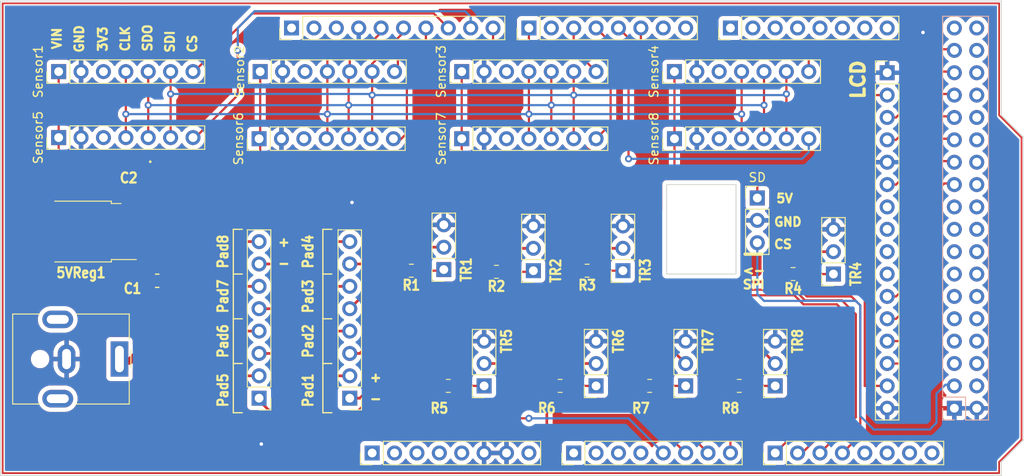
<source format=kicad_pcb>
(kicad_pcb (version 20221018) (generator pcbnew)
  (layers (0 "F.Cu" signal) (31 "B.Cu" signal) (34 "B.Paste" user) (35 "F.Paste" user) (36 "B.SilkS" user "B.Silkscreen") (37 "F.SilkS" user "F.Silkscreen") (38 "B.Mask" user) (39 "F.Mask" user) (44 "Edge.Cuts" user))
  (net 0 "")
  (net 1 "+12V")
  (net 2 "GND")
  (net 3 "/VCC5")
  (net 4 "/10(**)")
  (net 5 "/22")
  (net 6 "/24")
  (net 7 "/LD0")
  (net 8 "/LD1")
  (net 9 "/LD2")
  (net 10 "/LD3")
  (net 11 "/26")
  (net 12 "/28")
  (net 13 "/30")
  (net 14 "/32")
  (net 15 "/Pad1")
  (net 16 "/Pad2")
  (net 17 "/Pad3")
  (net 18 "/Pad4")
  (net 19 "/Pad5")
  (net 20 "/Pad6")
  (net 21 "/Pad7")
  (net 22 "/Pad8")
  (net 24 "/IOREF")
  (net 25 "/RESET")
  (net 26 "+3V3")
  (net 27 "+5V")
  (net 28 "/VCC8")
  (net 29 "/A0")
  (net 30 "/A1")
  (net 31 "/A2")
  (net 32 "/A3")
  (net 33 "/A4")
  (net 34 "/A5")
  (net 35 "/A6")
  (net 36 "/A7")
  (net 37 "/A8")
  (net 38 "/A9")
  (net 39 "/A10")
  (net 40 "/A11")
  (net 41 "/A12")
  (net 42 "/A13")
  (net 43 "/A14")
  (net 44 "/A15")
  (net 45 "/52(CS)")
  (net 46 "/53")
  (net 47 "/50")
  (net 48 "/51")
  (net 49 "/48")
  (net 50 "/49")
  (net 51 "/46")
  (net 52 "/47")
  (net 53 "/44")
  (net 54 "/45")
  (net 55 "/42")
  (net 56 "/43")
  (net 57 "/40")
  (net 58 "/41")
  (net 59 "/38")
  (net 60 "/39")
  (net 61 "/36")
  (net 62 "/37")
  (net 63 "/34")
  (net 64 "/35")
  (net 65 "/33")
  (net 66 "/31")
  (net 67 "/29")
  (net 68 "/27")
  (net 69 "/25")
  (net 70 "/23")
  (net 71 "/SCL")
  (net 72 "/SDA")
  (net 73 "/AREF")
  (net 74 "/13(**)")
  (net 75 "/12(**)")
  (net 76 "/11(**)")
  (net 77 "/9(**)")
  (net 78 "/8(**)")
  (net 79 "/7(**)")
  (net 80 "/6(**)")
  (net 81 "/5(**)")
  (net 82 "/4(**)")
  (net 83 "/3(**)")
  (net 84 "/2(**)")
  (net 85 "/1(Tx0)")
  (net 86 "/0(Rx0)")
  (net 87 "/14(Tx3)")
  (net 88 "/15(Rx3)")
  (net 89 "/16(Tx2)")
  (net 90 "/17(Rx2)")
  (net 91 "/18(Tx1)")
  (net 92 "/19(Rx1)")
  (net 93 "/20(SDA)")
  (net 94 "/21(SCL)")
  (net 95 "Net-(TR1-Pin_1)")
  (net 96 "Net-(TR2-Pin_1)")
  (net 97 "Net-(TR3-Pin_1)")
  (net 98 "Net-(TR4-Pin_1)")
  (net 99 "Net-(TR5-Pin_1)")
  (net 100 "Net-(TR6-Pin_1)")
  (net 101 "Net-(TR7-Pin_1)")
  (net 102 "Net-(TR8-Pin_1)")
  (footprint "Resistor_SMD:R_0805_2012Metric_Pad1.20x1.40mm_HandSolder" (layer "F.Cu") (at 150.876 111.76 180)
    (fp_text reference "R5")
    (fp_text value "R")
  )
  (footprint "Connector_PinHeader_2.54mm:PinHeader_1x08_P2.54mm_Vertical" (layer "F.Cu") (at 129.413 113.157 180)
    (fp_text reference "PAD5-1" hide)
    (fp_text value "Conn_01x08_Male")
  )
  (footprint "Connector_PinHeader_2.54mm:PinHeader_1x08_P2.54mm_Vertical" (layer "F.Cu") (at 142.24 119.38 90)
    (fp_text reference "P1" hide)
    (fp_text value "Power")
  )
  (footprint "Connector_PinHeader_2.54mm:PinHeader_1x07_P2.54mm_Vertical" (layer "F.Cu") (at 106.68 76.073 90)
    (fp_text reference "Sensor1")
    (fp_text value "Conn_01x07")
  )
  (footprint "Connector_PinHeader_2.54mm:PinHeader_1x07_P2.54mm_Vertical" (layer "F.Cu") (at 152.4 76.073 90)
    (fp_text reference "Sensor3")
    (fp_text value "Conn_01x07")
  )
  (footprint "Connector_PinSocket_2.54mm:PinSocket_1x03_P2.54mm_Vertical" (layer "F.Cu") (at 194.564 99.06 180)
    (fp_text reference "TR4")
    (fp_text value "Conn_01x03")
  )
  (footprint "Connector_PinHeader_2.54mm:PinHeader_1x03_P2.54mm_Vertical" (layer "F.Cu") (at 185.928 90.424)
    (fp_text reference "SD")
    (fp_text value "Conn_01x03")
  )
  (footprint "Connector_PinSocket_2.54mm:PinSocket_1x03_P2.54mm_Vertical" (layer "F.Cu") (at 167.64 111.76 180)
    (fp_text reference "TR6")
    (fp_text value "Conn_01x03")
  )
  (footprint "Package_TO_SOT_SMD:TO-252-2" (layer "F.Cu") (at 109.347 94.234 180)
    (fp_text reference "5VReg1")
    (fp_text value "LM78M05_TO252")
  )
  (footprint "Connector_PinSocket_2.54mm:PinSocket_1x03_P2.54mm_Vertical" (layer "F.Cu") (at 154.94 111.76 180)
    (fp_text reference "TR5")
    (fp_text value "Conn_01x03")
  )
  (footprint "Connector_PinHeader_2.54mm:PinHeader_1x07_P2.54mm_Vertical" (layer "F.Cu") (at 152.4 83.693 90)
    (fp_text reference "Sensor7")
    (fp_text value "Conn_01x07")
  )
  (footprint "Connector_PinSocket_2.54mm:PinSocket_1x03_P2.54mm_Vertical" (layer "F.Cu") (at 150.368 98.552 180)
    (fp_text reference "TR1")
    (fp_text value "Conn_01x03")
  )
  (footprint "Resistor_SMD:R_0805_2012Metric_Pad1.20x1.40mm_HandSolder" (layer "F.Cu") (at 189.992 99.06 180)
    (fp_text reference "R4")
    (fp_text value "R")
  )
  (footprint "Resistor_SMD:R_0805_2012Metric_Pad1.20x1.40mm_HandSolder" (layer "F.Cu") (at 146.685 98.679 180)
    (fp_text reference "R1")
    (fp_text value "R")
  )
  (footprint "Connector_PinHeader_2.54mm:PinHeader_1x07_P2.54mm_Vertical" (layer "F.Cu") (at 106.68 83.566 90)
    (fp_text reference "Sensor5")
    (fp_text value "Conn_01x07")
  )
  (footprint "Connector_PinHeader_2.54mm:PinHeader_1x08_P2.54mm_Vertical" (layer "F.Cu") (at 139.7 113.157 180)
    (fp_text reference "PAD1-1" hide)
    (fp_text value "Conn_01x08_Male")
  )
  (footprint "footprints_0805_0-1uF:CAP_0805_B_WAL" (layer "F.Cu") (at 117.0686 88.5812 -90)
    (fp_text reference "C2")
    (fp_text value "C")
  )
  (footprint "Connector_PinHeader_2.54mm:PinHeader_1x07_P2.54mm_Vertical" (layer "F.Cu") (at 129.54 76.073 90)
    (fp_text reference "Sensor2")
    (fp_text value "Conn_01x07")
  )
  (footprint "Resistor_SMD:R_0805_2012Metric_Pad1.20x1.40mm_HandSolder" (layer "F.Cu") (at 166.624 98.679 180)
    (fp_text reference "R3")
    (fp_text value "R")
  )
  (footprint "Resistor_SMD:R_0805_2012Metric_Pad1.20x1.40mm_HandSolder" (layer "F.Cu") (at 156.337 98.806 180)
    (fp_text reference "R2")
    (fp_text value "R")
  )
  (footprint "Resistor_SMD:R_0805_2012Metric_Pad1.20x1.40mm_HandSolder" (layer "F.Cu") (at 173.72 111.76 180)
    (fp_text reference "R7")
    (fp_text value "R")
  )
  (footprint "Connector_PinSocket_2.54mm:PinSocket_1x03_P2.54mm_Vertical" (layer "F.Cu") (at 170.688 98.679 180)
    (fp_text reference "TR3")
    (fp_text value "Conn_01x03")
  )
  (footprint "Resistor_SMD:R_0805_2012Metric_Pad1.20x1.40mm_HandSolder" (layer "F.Cu") (at 183.88 111.76 180)
    (fp_text reference "R8")
    (fp_text value "R")
  )
  (footprint "Connector_PinHeader_2.54mm:PinHeader_1x10_P2.54mm_Vertical" (layer "F.Cu") (at 133.096 71.12 90)
    (fp_text reference "P5" hide)
    (fp_text value "PWM")
  )
  (footprint "Connector_PinHeader_2.54mm:PinHeader_1x07_P2.54mm_Vertical" (layer "F.Cu") (at 176.53 83.693 90)
    (fp_text reference "Sensor8")
    (fp_text value "Conn_01x07")
  )
  (footprint "Connector_PinSocket_2.54mm:PinSocket_1x03_P2.54mm_Vertical" (layer "F.Cu") (at 177.8 111.76 180)
    (fp_text reference "TR7")
    (fp_text value "Conn_01x03")
  )
  (footprint "Connector_PinHeader_2.54mm:PinHeader_1x08_P2.54mm_Vertical" (layer "F.Cu") (at 182.88 71.12 90)
    (fp_text reference "P7" hide)
    (fp_text value "Communication")
  )
  (footprint "Connector_PinHeader_2.54mm:PinHeader_1x07_P2.54mm_Vertical" (layer "F.Cu") (at 129.413 83.693 90)
    (fp_text reference "Sensor6")
    (fp_text value "Conn_01x07")
  )
  (footprint "Connector_PinSocket_2.54mm:PinSocket_1x03_P2.54mm_Vertical" (layer "F.Cu") (at 187.96 111.76 180)
    (fp_text reference "TR8")
    (fp_text value "Conn_01x03")
  )
  (footprint "Connector_PinHeader_2.54mm:PinHeader_1x16_P2.54mm_Vertical" (layer "F.Cu") (at 200.66 76.2)
    (fp_text reference "LED1" hide)
    (fp_text value "Conn_01x16_Male")
  )
  (footprint "footprints_0805_0-33uF:CAP_CL21_SAM" (layer "F.Cu") (at 117.856 99.822)
    (fp_text reference "C1")
    (fp_text value "C")
  )
  (footprint "Connector_BarrelJack:BarrelJack_CUI_PJ-063AH_Horizontal" (layer "F.Cu") (at 113.577 108.712 -90)
    (fp_text reference "J1" hide)
    (fp_text value "Jack-DC")
  )
  (footprint "Resistor_SMD:R_0805_2012Metric_Pad1.20x1.40mm_HandSolder" (layer "F.Cu") (at 163.56 111.76 180)
    (fp_text reference "R6")
    (fp_text value "R")
  )
  (footprint "Connector_PinHeader_2.54mm:PinHeader_1x08_P2.54mm_Vertical" (layer "F.Cu") (at 187.96 119.38 90)
    (fp_text reference "P3" hide)
    (fp_text value "Analog")
  )
  (footprint "Connector_PinSocket_2.54mm:PinSocket_1x03_P2.54mm_Vertical" (layer "F.Cu") (at 160.528 98.679 180)
    (fp_text reference "TR2")
    (fp_text value "Conn_01x03")
  )
  (footprint "Connector_PinHeader_2.54mm:PinHeader_1x08_P2.54mm_Vertical" (layer "F.Cu") (at 160.02 71.12 90)
    (fp_text reference "P6" hide)
    (fp_text value "PWM")
  )
  (footprint "Connector_PinHeader_2.54mm:PinHeader_1x08_P2.54mm_Vertical" (layer "F.Cu") (at 165.1 119.38 90)
    (fp_text reference "P2" hide)
    (fp_text value "Analog")
  )
  (footprint "Connector_PinHeader_2.54mm:PinHeader_1x07_P2.54mm_Vertical" (layer "F.Cu") (at 176.525 76.073 90)
    (fp_text reference "Sensor4")
    (fp_text value "Conn_01x07")
  )
  (footprint "Connector_PinHeader_2.54mm:PinHeader_2x18_P2.54mm_Vertical" (layer "B.Cu") (at 208.28 114.3)
    (fp_text reference "P4" hide)
    (fp_text value "Digital")
  )
  (gr_line (start 100.33 68.326) (end 114.3 68.326) (stroke (width 0.2)) (layer "F.Cu"))
  (gr_line (start 213.36 81.026) (end 215.9 83.566) (stroke (width 0.2)) (layer "F.Cu"))
  (gr_line (start 213.36 68.326) (end 213.36 81.026) (stroke (width 0.2)) (layer "F.Cu"))
  (gr_line (start 215.9 117.856) (end 213.36 120.396) (stroke (width 0.2)) (layer "F.Cu"))
  (gr_line (start 114.3 68.326) (end 213.36 68.326) (stroke (width 0.2)) (layer "F.Cu"))
  (gr_line (start 100.33 68.326) (end 100.33 121.666) (stroke (width 0.2)) (layer "F.Cu"))
  (gr_line (start 213.36 121.666) (end 100.33 121.666) (stroke (width 0.2)) (layer "F.Cu"))
  (gr_line (start 215.9 83.566) (end 215.9 117.856) (stroke (width 0.2)) (layer "F.Cu"))
  (gr_line (start 213.36 120.396) (end 213.36 121.666) (stroke (width 0.2)) (layer "F.Cu"))
  (gr_line (start 136.652 99.06) (end 137.668 99.06) (stroke (width 0.15)) (layer "F.SilkS"))
  (gr_line (start 136.652 104.14) (end 136.652 109.22) (stroke (width 0.15)) (layer "F.SilkS"))
  (gr_line (start 126.492 99.06) (end 126.492 104.14) (stroke (width 0.15)) (layer "F.SilkS"))
  (gr_line (start 126.492 93.98) (end 126.492 99.06) (stroke (width 0.15)) (layer "F.SilkS"))
  (gr_line (start 127.508 93.98) (end 126.492 93.98) (stroke (width 0.15)) (layer "F.SilkS"))
  (gr_line (start 136.652 114.808) (end 137.668 114.808) (stroke (width 0.15)) (layer "F.SilkS"))
  (gr_line (start 126.492 104.14) (end 126.492 109.22) (stroke (width 0.15)) (layer "F.SilkS"))
  (gr_line (start 136.652 93.98) (end 136.652 99.06) (stroke (width 0.15)) (layer "F.SilkS"))
  (gr_line (start 126.492 109.22) (end 126.492 114.808) (stroke (width 0.15)) (layer "F.SilkS"))
  (gr_line (start 136.652 99.06) (end 136.652 104.14) (stroke (width 0.15)) (layer "F.SilkS"))
  (gr_line (start 137.668 93.98) (end 136.652 93.98) (stroke (width 0.15)) (layer "F.SilkS"))
  (gr_line (start 126.492 114.808) (end 127.508 114.808) (stroke (width 0.15)) (layer "F.SilkS"))
  (gr_line (start 136.652 109.22) (end 137.668 109.22) (stroke (width 0.15)) (layer "F.SilkS"))
  (gr_line (start 126.492 109.22) (end 127.508 109.22) (stroke (width 0.15)) (layer "F.SilkS"))
  (gr_line (start 136.652 109.22) (end 136.652 114.808) (stroke (width 0.15)) (layer "F.SilkS"))
  (gr_line (start 126.492 99.06) (end 127.508 99.06) (stroke (width 0.15)) (layer "F.SilkS"))
  (gr_line (start 136.652 104.14) (end 137.668 104.14) (stroke (width 0.15)) (layer "F.SilkS"))
  (gr_line (start 186.4487 96.7994) (end 184.5437 96.7994) (stroke (width 0.381)) (layer "F.SilkS"))
  (gr_line (start 126.492 104.14) (end 127.508 104.14) (stroke (width 0.15)) (layer "F.SilkS"))
  (gr_line (start 213.614 81.026) (end 216.154 83.566) (stroke (width 0.1)) (layer "Edge.Cuts"))
  (gr_line (start 213.614 120.396) (end 213.614 121.92) (stroke (width 0.1)) (layer "Edge.Cuts"))
  (gr_line (start 216.154 83.566) (end 216.154 117.856) (stroke (width 0.1)) (layer "Edge.Cuts"))
  (gr_rect (start 175.641 88.9) (end 183.515 99.06) (stroke (width 0.1)) (fill none) (layer "Edge.Cuts"))
  (gr_line (start 213.614 68.072) (end 213.614 81.026) (stroke (width 0.1)) (layer "Edge.Cuts"))
  (gr_line (start 216.154 117.856) (end 213.614 120.396) (stroke (width 0.1)) (layer "Edge.Cuts"))
  (gr_line (start 100.076 68.072) (end 213.614 68.072) (stroke (width 0.1)) (layer "Edge.Cuts"))
  (gr_line (start 100.076 121.92) (end 100.076 68.072) (stroke (width 0.1)) (layer "Edge.Cuts"))
  (gr_line (start 213.614 121.92) (end 100.076 121.92) (stroke (width 0.1)) (layer "Edge.Cuts"))
  (gr_text "Pad1" (at 135.636 114.3 90) (layer "F.SilkS") (effects (font (size 1.143 1) (thickness 0.25) bold) (justify left bottom)))
  (gr_text "CS\n" (at 187.706 96.266) (layer "F.SilkS") (effects (font (size 1 1) (thickness 0.25) bold) (justify left bottom)))
  (gr_text "VIN\n" (at 107.061 73.66 90) (layer "F.SilkS") (effects (font (size 1 1) (thickness 0.25) bold) (justify left bottom)))
  (gr_text "CS" (at 122.428 74.041 90) (layer "F.SilkS") (effects (font (size 1 1) (thickness 0.25) bold) (justify left bottom)))
  (gr_text "Pad4" (at 135.636 98.552 90) (layer "F.SilkS") (effects (font (size 1.143 1) (thickness 0.25) bold) (justify left bottom)))
  (gr_text "3V3" (at 112.268 73.914 90) (layer "F.SilkS") (effects (font (size 1 1) (thickness 0.25) bold) (justify left bottom)))
  (gr_text "GND" (at 187.706 93.726) (layer "F.SilkS") (effects (font (size 1 1) (thickness 0.25) bold) (justify left bottom)))
  (gr_text "-" (at 141.859 113.792) (layer "F.SilkS") (effects (font (size 1 1) (thickness 0.25) bold) (justify left bottom)))
  (gr_text "Pad8" (at 125.984 98.552 90) (layer "F.SilkS") (effects (font (size 1.143 1) (thickness 0.25) bold) (justify left bottom)))
  (gr_text "LCD" (at 198.247 79.375 90) (layer "F.SilkS") (effects (font (size 1.524 1.524) (thickness 0.381) bold) (justify left bottom)))
  (gr_text "CLK" (at 114.808 73.914 90) (layer "F.SilkS") (effects (font (size 1 1) (thickness 0.25) bold) (justify left bottom)))
  (gr_text "-" (at 131.445 98.425) (layer "F.SilkS") (effects (font (size 1 1) (thickness 0.25) bold) (justify left bottom)))
  (gr_text "Pad2" (at 135.636 108.712 90) (layer "F.SilkS") (effects (font (size 1.143 1) (thickness 0.25) bold) (justify left bottom)))
  (gr_text "Pad6" (at 125.984 108.712 90) (layer "F.SilkS") (effects (font (size 1.143 1) (thickness 0.25) bold) (justify left bottom)))
  (gr_text "Pad5" (at 125.984 114.3 90) (layer "F.SilkS") (effects (font (size 1.143 1) (thickness 0.25) bold) (justify left bottom)))
  (gr_text "SDI" (at 119.888 74.041 90) (layer "F.SilkS") (effects (font (size 1 1) (thickness 0.25) bold) (justify left bottom)))
  (gr_text "GND" (at 109.601 74.041 90) (layer "F.SilkS") (effects (font (size 1 1) (thickness 0.25) bold) (justify left bottom)))
  (gr_text "+" (at 141.859 111.379) (layer "F.SilkS") (effects (font (size 1 1) (thickness 0.25) bold) (justify left bottom)))
  (gr_text "5V" (at 187.96 91.059) (layer "F.SilkS") (effects (font (size 1 1) (thickness 0.25) bold) (justify left bottom)))
  (gr_text "Pad3" (at 135.636 103.632 90) (layer "F.SilkS") (effects (font (size 1.143 1) (thickness 0.25) bold) (justify left bottom)))
  (gr_text "SDO" (at 117.348 73.914 90) (layer "F.SilkS") (effects (font (size 1 1) (thickness 0.25) bold) (justify left bottom)))
  (gr_text "Pad7" (at 125.984 103.632 90) (layer "F.SilkS") (effects (font (size 1.143 1) (thickness 0.25) bold) (justify left bottom)))
  (gr_text "<-\nSPI" (at 184.15 100.838) (layer "F.SilkS") (effects (font (size 1 1) (thickness 0.25) bold) (justify left bottom)))
  (gr_text "+" (at 131.445 96.012) (layer "F.SilkS") (effects (font (size 1 1) (thickness 0.25) bold) (justify left bottom)))
  (segment (start 137.16 100.457) (end 137.16 105.537) (width 0.508) (layer "F.Cu") (net 1))
  (segment (start 127 109.728) (end 127.889 110.617) (width 0.3048) (layer "F.Cu") (net 1))
  (segment (start 138.049 110.617) (end 139.7 110.617) (width 0.3048) (layer "F.Cu") (net 1))
  (segment (start 137.16 95.377) (end 139.7 95.377) (width 0.3048) (layer "F.Cu") (net 1))
  (segment (start 114.72 108.966) (end 118.8071 104.8789) (width 0.8) (layer "F.Cu") (net 1))
  (segment (start 120.5999 96.514) (end 114.387 96.514) (width 0.8) (layer "F.Cu") (net 1))
  (segment (start 127.889 110.617) (end 129.413 110.617) (width 0.3048) (layer "F.Cu") (net 1))
  (segment (start 127 95.377) (end 127 92.583) (width 0.508) (layer "F.Cu") (net 1))
  (segment (start 137.16 100.457) (end 139.7 100.457) (width 0.3048) (layer "F.Cu") (net 1))
  (segment (start 120.9749 96.139) (end 123.0249 96.139) (width 0.8) (layer "F.Cu") (net 1))
  (segment (start 137.16 92.583) (end 137.16 95.377) (width 0.508) (layer "F.Cu") (net 1))
  (segment (start 127 105.537) (end 129.413 105.537) (width 0.3048) (layer "F.Cu") (net 1))
  (segment (start 137.16 105.537) (end 139.7 105.537) (width 0.3048) (layer "F.Cu") (net 1))
  (segment (start 127 101.092) (end 126.492 101.6) (width 0.508) (layer "F.Cu") (net 1))
  (segment (start 127 105.537) (end 127 109.728) (width 0.508) (layer "F.Cu") (net 1))
  (segment (start 126.492 101.6) (end 127 102.108) (width 0.508) (layer "F.Cu") (net 1))
  (segment (start 127 96.52) (end 127 100.457) (width 0.508) (layer "F.Cu") (net 1))
  (segment (start 127 96.52) (end 127 95.377) (width 0.508) (layer "F.Cu") (net 1))
  (segment (start 118.872 98.2419) (end 120.9749 96.139) (width 0.8) (layer "F.Cu") (net 1))
  (segment (start 137.16 95.377) (end 137.16 96.52) (width 0.508) (layer "F.Cu") (net 1))
  (segment (start 120.9749 96.139) (end 120.5999 96.514) (width 0.8) (layer "F.Cu") (net 1))
  (segment (start 137.16 105.537) (end 137.16 109.728) (width 0.508) (layer "F.Cu") (net 1))
  (segment (start 137.16 109.728) (end 138.049 110.617) (width 0.3048) (layer "F.Cu") (net 1))
  (segment (start 123.0249 96.139) (end 127 96.139) (width 0.762) (layer "F.Cu") (net 1))
  (segment (start 137.16 96.52) (end 137.16 100.457) (width 0.508) (layer "F.Cu") (net 1))
  (segment (start 127 95.377) (end 129.413 95.377) (width 0.3048) (layer "F.Cu") (net 1))
  (segment (start 127 92.583) (end 137.16 92.583) (width 0.508) (layer "F.Cu") (net 1))
  (segment (start 118.872 104.7519) (end 118.872 98.2419) (width 0.8) (layer "F.Cu") (net 1))
  (segment (start 127 100.457) (end 129.413 100.457) (width 0.3048) (layer "F.Cu") (net 1))
  (segment (start 127 102.108) (end 127 105.537) (width 0.508) (layer "F.Cu") (net 1))
  (segment (start 127 100.457) (end 127 101.092) (width 0.508) (layer "F.Cu") (net 1))
  (via (at 129.667 118.364) (size 0.8) (drill 0.4) (layers "F.Cu" "B.Cu") (net 2))
  (via (at 139.954 90.932) (size 0.8) (drill 0.4) (layers "F.Cu" "B.Cu") (net 2))
  (via (at 204.724 71.628) (size 0.8) (drill 0.4) (layers "F.Cu" "B.Cu") (net 2))
  (segment (start 176.53 76.073) (end 176.53 83.693) (width 0.25) (layer "F.Cu") (net 3))
  (segment (start 194.564 88.9) (end 198.12 88.9) (width 0.25) (layer "F.Cu") (net 3))
  (segment (start 117.0472 89.4615) (end 109.9225 89.4615) (width 0.25) (layer "F.Cu") (net 3))
  (segment (start 106.814 86.353) (end 106.68 86.219) (width 0.25) (layer "F.Cu") (net 3))
  (segment (start 129.54 87.249) (end 129.54 76.073) (width 0.25) (layer "F.Cu") (net 3))
  (segment (start 114.387 91.954) (end 116.185 91.954) (width 0.25) (layer "F.Cu") (net 3))
  (segment (start 176.53 83.693) (end 176.53 87.376) (width 0.25) (layer "F.Cu") (net 3))
  (segment (start 129.534 87.376) (end 129.667 87.376) (width 0.25) (layer "F.Cu") (net 3))
  (segment (start 185.928 90.424) (end 185.928 87.376) (width 0.25) (layer "F.Cu") (net 3))
  (segment (start 127.4271 89.4829) (end 129.534 87.376) (width 0.25) (layer "F.Cu") (net 3))
  (segment (start 198.12 111.76) (end 200.66 111.76) (width 0.25) (layer "F.Cu") (net 3))
  (segment (start 129.667 87.376) (end 129.54 87.249) (width 0.25) (layer "F.Cu") (net 3))
  (segment (start 116.185 91.954) (end 117.0686 91.0704) (width 0.25) (layer "F.Cu") (net 3))
  (segment (start 106.553 76.2) (end 106.68 76.073) (width 0.25) (layer "F.Cu") (net 3))
  (segment (start 152.4 87.376) (end 152.4 84.328) (width 0.25) (layer "F.Cu") (net 3))
  (segment (start 198.12 88.9) (end 198.12 78.74) (width 0.25) (layer "F.Cu") (net 3))
  (segment (start 109.9225 89.4615) (end 106.68 86.219) (width 0.25) (layer "F.Cu") (net 3))
  (segment (start 198.12 88.9) (end 198.12 111.76) (width 0.25) (layer "F.Cu") (net 3))
  (segment (start 129.54 87.376) (end 152.273 87.376) (width 0.25) (layer "F.Cu") (net 3))
  (segment (start 193.04 87.376) (end 185.928 87.376) (width 0.25) (layer "F.Cu") (net 3))
  (segment (start 198.12 78.74) (end 200.66 78.74) (width 0.25) (layer "F.Cu") (net 3))
  (segment (start 152.4 76.073) (end 152.4 83.693) (width 0.25) (layer "F.Cu") (net 3))
  (segment (start 185.928 87.376) (end 152.4 87.376) (width 0.25) (layer "F.Cu") (net 3))
  (segment (start 193.04 87.376) (end 194.564 88.9) (width 0.25) (layer "F.Cu") (net 3))
  (segment (start 106.68 76.073) (end 106.68 83.566) (width 0.25) (layer "F.Cu") (net 3))
  (segment (start 106.68 86.219) (end 106.68 83.566) (width 0.25) (layer "F.Cu") (net 3))
  (segment (start 117.0686 91.0704) (end 117.0686 89.4829) (width 0.25) (layer "F.Cu") (net 3))
  (segment (start 117.0686 89.4829) (end 127.4271 89.4829) (width 0.25) (layer "F.Cu") (net 3))
  (segment (start 117.0686 89.4829) (end 117.0472 89.4615) (width 0.25) (layer "F.Cu") (net 3))
  (segment (start 121.92 76.2) (end 128.651 69.469) (width 0.25) (layer "F.Cu") (net 4))
  (segment (start 149.225 69.469) (end 150.876 71.12) (width 0.25) (layer "F.Cu") (net 4))
  (segment (start 128.651 69.469) (end 149.225 69.469) (width 0.25) (layer "F.Cu") (net 4))
  (segment (start 202.692 80.264) (end 201.676 81.28) (width 0.25) (layer "F.Cu") (net 5))
  (segment (start 202.692 74.295) (end 202.692 80.264) (width 0.25) (layer "F.Cu") (net 5))
  (segment (start 208.915 73.533) (end 203.454 73.533) (width 0.25) (layer "F.Cu") (net 5))
  (segment (start 203.454 73.533) (end 202.692 74.295) (width 0.25) (layer "F.Cu") (net 5))
  (segment (start 200.66 81.28) (end 201.676 81.28) (width 0.25) (layer "F.Cu") (net 5))
  (segment (start 208.915 76.073) (end 204.089 76.073) (width 0.25) (layer "F.Cu") (net 6))
  (segment (start 203.454 76.708) (end 203.454 82.042) (width 0.25) (layer "F.Cu") (net 6))
  (segment (start 204.089 76.073) (end 203.454 76.708) (width 0.25) (layer "F.Cu") (net 6))
  (segment (start 200.66 83.82) (end 201.676 83.82) (width 0.25) (layer "F.Cu") (net 6))
  (segment (start 203.454 82.042) (end 201.676 83.82) (width 0.25) (layer "F.Cu") (net 6))
  (segment (start 204.216 82.677) (end 202.692 84.201) (width 0.25) (layer "F.Cu") (net 11))
  (segment (start 208.915 78.613) (end 204.978 78.613) (width 0.25) (layer "F.Cu") (net 11))
  (segment (start 204.978 78.613) (end 204.216 79.375) (width 0.25) (layer "F.Cu") (net 11))
  (segment (start 202.692 84.201) (end 202.692 87.884) (width 0.25) (layer "F.Cu") (net 11))
  (segment (start 201.676 88.9) (end 200.66 88.9) (width 0.25) (layer "F.Cu") (net 11))
  (segment (start 202.692 87.884) (end 201.676 88.9) (width 0.25) (layer "F.Cu") (net 11))
  (segment (start 204.216 79.375) (end 204.216 82.677) (width 0.25) (layer "F.Cu") (net 11))
  (segment (start 203.962 84.201) (end 203.962 99.314) (width 0.25) (layer "F.Cu") (net 12))
  (segment (start 205.613 81.153) (end 204.978 81.788) (width 0.25) (layer "F.Cu") (net 12))
  (segment (start 204.978 83.185) (end 203.962 84.201) (width 0.25) (layer "F.Cu") (net 12))
  (segment (start 201.676 101.6) (end 200.66 101.6) (width 0.25) (layer "F.Cu") (net 12))
  (segment (start 203.962 99.314) (end 201.676 101.6) (width 0.25) (layer "F.Cu") (net 12))
  (segment (start 204.978 81.788) (end 204.978 83.185) (width 0.25) (layer "F.Cu") (net 12))
  (segment (start 208.915 81.153) (end 205.613 81.153) (width 0.25) (layer "F.Cu") (net 12))
  (segment (start 206.121 83.693) (end 204.597 85.217) (width 0.25) (layer "F.Cu") (net 13))
  (segment (start 204.597 101.219) (end 201.676 104.14) (width 0.25) (layer "F.Cu") (net 13))
  (segment (start 208.915 83.693) (end 206.121 83.693) (width 0.25) (layer "F.Cu") (net 13))
  (segment (start 201.676 104.14) (end 200.66 104.14) (width 0.25) (layer "F.Cu") (net 13))
  (segment (start 204.597 85.217) (end 204.597 101.219) (width 0.25) (layer "F.Cu") (net 13))
  (segment (start 206.502 86.233) (end 205.232 87.503) (width 0.25) (layer "F.Cu") (net 14))
  (segment (start 205.232 87.503) (end 205.232 103.378) (width 0.25) (layer "F.Cu") (net 14))
  (segment (start 208.915 86.233) (end 206.502 86.233) (width 0.25) (layer "F.Cu") (net 14))
  (segment (start 205.232 103.378) (end 201.93 106.68) (width 0.25) (layer "F.Cu") (net 14))
  (segment (start 201.93 106.68) (end 200.66 106.68) (width 0.25) (layer "F.Cu") (net 14))
  (segment (start 141.732 112.268) (end 141.732 109.728) (width 0.3048) (layer "F.Cu") (net 15))
  (segment (start 143.002 108.458) (end 143.002 99.06) (width 0.3048) (layer "F.Cu") (net 15))
  (segment (start 141.732 109.728) (end 143.002 108.458) (width 0.3048) (layer "F.Cu") (net 15))
  (segment (start 139.7 113.157) (end 140.843 113.157) (width 0.3048) (layer "F.Cu") (net 15))
  (segment (start 146.05 96.012) (end 150.368 96.012) (width 0.3048) (layer "F.Cu") (net 15))
  (segment (start 140.843 113.157) (end 141.732 112.268) (width 0.3048) (layer "F.Cu") (net 15))
  (segment (start 143.002 99.06) (end 146.05 96.012) (width 0.3048) (layer "F.Cu") (net 15))
  (segment (start 153.67 91.186) (end 158.623 96.139) (width 0.3048) (layer "F.Cu") (net 16))
  (segment (start 143.764 97.284792) (end 143.764 92.583) (width 0.3048) (layer "F.Cu") (net 16))
  (segment (start 142.24 98.808792) (end 143.764 97.284792) (width 0.3048) (layer "F.Cu") (net 16))
  (segment (start 158.623 96.139) (end 160.528 96.139) (width 0.3048) (layer "F.Cu") (net 16))
  (segment (start 145.161 91.186) (end 153.67 91.186) (width 0.3048) (layer "F.Cu") (net 16))
  (segment (start 140.843 108.077) (end 142.24 106.68) (width 0.3048) (layer "F.Cu") (net 16))
  (segment (start 142.24 106.68) (end 142.24 98.808792) (width 0.3048) (layer "F.Cu") (net 16))
  (segment (start 139.7 108.077) (end 140.843 108.077) (width 0.3048) (layer "F.Cu") (net 16))
  (segment (start 143.764 92.583) (end 145.161 91.186) (width 0.3048) (layer "F.Cu") (net 16))
  (segment (start 144.955105 90.551) (end 143.1432 92.362905) (width 0.3048) (layer "F.Cu") (net 17))
  (segment (start 143.1432 92.362905) (end 143.1432 96.7598) (width 0.3048) (layer "F.Cu") (net 17))
  (segment (start 143.1432 96.7598) (end 141.605 98.298) (width 0.3048) (layer "F.Cu") (net 17))
  (segment (start 141.605 101.092) (end 139.7 102.997) (width 0.3048) (layer "F.Cu") (net 17))
  (segment (start 163.195 90.551) (end 144.955105 90.551) (width 0.3048) (layer "F.Cu") (net 17))
  (segment (start 170.688 96.139) (end 168.783 96.139) (width 0.3048) (layer "F.Cu") (net 17))
  (segment (start 168.783 96.139) (end 163.195 90.551) (width 0.3048) (layer "F.Cu") (net 17))
  (segment (start 141.605 98.298) (end 141.605 101.092) (width 0.3048) (layer "F.Cu") (net 17))
  (segment (start 194.564 96.52) (end 187.706 96.52) (width 0.3048) (layer "F.Cu") (net 18))
  (segment (start 172.212 89.916) (end 144.272 89.916) (width 0.3048) (layer "F.Cu") (net 18))
  (segment (start 174.244 91.948) (end 172.212 89.916) (width 0.3048) (layer "F.Cu") (net 18))
  (segment (start 174.244 99.06) (end 174.244 91.948) (width 0.3048) (layer "F.Cu") (net 18))
  (segment (start 142.24 96.647) (end 140.97 97.917) (width 0.3048) (layer "F.Cu") (net 18))
  (segment (start 187.071 97.155) (end 187.071 99.314) (width 0.3048) (layer "F.Cu") (net 18))
  (segment (start 187.706 96.52) (end 187.071 97.155) (width 0.3048) (layer "F.Cu") (net 18))
  (segment (start 140.97 97.917) (end 139.7 97.917) (width 0.3048) (layer "F.Cu") (net 18))
  (segment (start 187.071 99.314) (end 186.436 99.949) (width 0.3048) (layer "F.Cu") (net 18))
  (segment (start 186.436 99.949) (end 175.133 99.949) (width 0.3048) (layer "F.Cu") (net 18))
  (segment (start 144.272 89.916) (end 142.24 91.948) (width 0.3048) (layer "F.Cu") (net 18))
  (segment (start 175.133 99.949) (end 174.244 99.06) (width 0.3048) (layer "F.Cu") (net 18))
  (segment (start 142.24 91.948) (end 142.24 96.647) (width 0.3048) (layer "F.Cu") (net 18))
  (segment (start 162.052 116.205) (end 161.1662 117.0908) (width 0.3048) (layer "F.Cu") (net 19))
  (segment (start 157.48 109.22) (end 162.052 113.792) (width 0.3048) (layer "F.Cu") (net 19))
  (segment (start 162.052 113.792) (end 162.052 116.205) (width 0.3048) (layer "F.Cu") (net 19))
  (segment (start 154.94 109.22) (end 157.48 109.22) (width 0.3048) (layer "F.Cu") (net 19))
  (segment (start 133.0928 117.0908) (end 129.413 113.411) (width 0.3048) (layer "F.Cu") (net 19))
  (segment (start 161.1662 117.0908) (end 133.0928 117.0908) (width 0.3048) (layer "F.Cu") (net 19))
  (segment (start 130.81 108.077) (end 131.63 108.897) (width 0.3048) (layer "F.Cu") (net 20))
  (segment (start 131.63 111.31) (end 136.779 116.459) (width 0.3048) (layer "F.Cu") (net 20))
  (segment (start 166.116 109.22) (end 167.64 109.22) (width 0.3048) (layer "F.Cu") (net 20))
  (segment (start 136.779 116.459) (end 141.351 116.459) (width 0.3048) (layer "F.Cu") (net 20))
  (segment (start 144.526 113.284) (end 144.526 112.395) (width 0.3048) (layer "F.Cu") (net 20))
  (segment (start 141.351 116.459) (end 144.526 113.284) (width 0.3048) (layer "F.Cu") (net 20))
  (segment (start 161.163 104.267) (end 166.116 109.22) (width 0.3048) (layer "F.Cu") (net 20))
  (segment (start 144.526 112.395) (end 152.654 104.267) (width 0.3048) (layer "F.Cu") (net 20))
  (segment (start 131.63 108.897) (end 131.63 111.31) (width 0.3048) (layer "F.Cu") (net 20))
  (segment (start 152.654 104.267) (end 161.163 104.267) (width 0.3048) (layer "F.Cu") (net 20))
  (segment (start 129.413 108.077) (end 130.81 108.077) (width 0.3048) (layer "F.Cu") (net 20))
  (segment (start 129.413 102.997) (end 131.445 102.997) (width 0.3048) (layer "F.Cu") (net 21))
  (segment (start 173.2248 104.6448) (end 177.8 109.22) (width 0.3048) (layer "F.Cu") (net 21))
  (segment (start 143.256 113.284) (end 143.256 112.141) (width 0.3048) (layer "F.Cu") (net 21))
  (segment (start 137.16 115.824) (end 140.716 115.824) (width 0.3048) (layer "F.Cu") (net 21))
  (segment (start 172.0075 103.505) (end 173.1473 104.6448) (width 0.3048) (layer "F.Cu") (net 21))
  (segment (start 140.716 115.824) (end 143.256 113.284) (width 0.3048) (layer "F.Cu") (net 21))
  (segment (start 151.892 103.505) (end 172.0075 103.505) (width 0.3048) (layer "F.Cu") (net 21))
  (segment (start 132.461 104.013) (end 132.461 111.125) (width 0.3048) (layer "F.Cu") (net 21))
  (segment (start 143.256 112.141) (end 151.892 103.505) (width 0.3048) (layer "F.Cu") (net 21))
  (segment (start 132.461 111.125) (end 137.16 115.824) (width 0.3048) (layer "F.Cu") (net 21))
  (segment (start 131.445 102.997) (end 132.461 104.013) (width 0.3048) (layer "F.Cu") (net 21))
  (segment (start 173.1473 104.6448) (end 173.2248 104.6448) (width 0.3048) (layer "F.Cu") (net 21))
  (segment (start 137.668 115.189) (end 140.0728 115.189) (width 0.3048) (layer "F.Cu") (net 22))
  (segment (start 133.223 110.744) (end 137.668 115.189) (width 0.3048) (layer "F.Cu") (net 22))
  (segment (start 129.413 97.917) (end 131.826 97.917) (width 0.3048) (layer "F.Cu") (net 22))
  (segment (start 140.0728 115.189) (end 142.621 112.6408) (width 0.3048) (layer "F.Cu") (net 22))
  (segment (start 142.621 111.125) (end 151.003 102.743) (width 0.3048) (layer "F.Cu") (net 22))
  (segment (start 181.483 102.743) (end 187.96 109.22) (width 0.3048) (layer "F.Cu") (net 22))
  (segment (start 142.621 112.6408) (end 142.621 111.125) (width 0.3048) (layer "F.Cu") (net 22))
  (segment (start 151.003 102.743) (end 181.483 102.743) (width 0.3048) (layer "F.Cu") (net 22))
  (segment (start 133.223 99.314) (end 133.223 110.744) (width 0.3048) (layer "F.Cu") (net 22))
  (segment (start 131.826 97.917) (end 133.223 99.314) (width 0.3048) (layer "F.Cu") (net 22))
  (segment (start 150.368 115.443) (end 149.876 114.951) (width 0.25) (layer "F.Cu") (net 33))
  (segment (start 160.02 115.443) (end 150.368 115.443) (width 0.25) (layer "F.Cu") (net 33))
  (segment (start 149.876 114.951) (end 149.876 111.76) (width 0.25) (layer "F.Cu") (net 33))
  (via (at 160.02 115.443) (size 0.8) (drill 0.4) (layers "F.Cu" "B.Cu") (net 33))
  (segment (start 160.02 115.443) (end 171.323 115.443) (width 0.25) (layer "B.Cu") (net 33))
  (segment (start 171.323 115.443) (end 175.26 119.38) (width 0.25) (layer "B.Cu") (net 33))
  (segment (start 164.084 114.3) (end 172.72 114.3) (width 0.25) (layer "F.Cu") (net 34))
  (segment (start 172.72 114.3) (end 177.8 119.38) (width 0.25) (layer "F.Cu") (net 34))
  (segment (start 162.56 111.76) (end 162.56 112.776) (width 0.25) (layer "F.Cu") (net 34))
  (segment (start 162.56 112.776) (end 164.084 114.3) (width 0.25) (layer "F.Cu") (net 34))
  (segment (start 176.784 117.348) (end 178.308 117.348) (width 0.25) (layer "F.Cu") (net 35))
  (segment (start 178.308 117.348) (end 180.34 119.38) (width 0.25) (layer "F.Cu") (net 35))
  (segment (start 172.72 111.76) (end 172.72 113.284) (width 0.25) (layer "F.Cu") (net 35))
  (segment (start 172.72 113.284) (end 176.784 117.348) (width 0.25) (layer "F.Cu") (net 35))
  (segment (start 182.88 111.76) (end 182.88 119.38) (width 0.25) (layer "F.Cu") (net 36))
  (segment (start 145.685 98.679) (end 145.685 99.441) (width 0.25) (layer "F.Cu") (net 37))
  (segment (start 190.288412 117.051588) (end 187.96 119.38) (width 0.25) (layer "F.Cu") (net 37))
  (segment (start 182.539146 103.124) (end 189.103 103.124) (width 0.25) (layer "F.Cu") (net 37))
  (segment (start 190.288412 104.309412) (end 190.288412 117.051588) (width 0.25) (layer "F.Cu") (net 37))
  (segment (start 181.523146 102.108) (end 182.539146 103.124) (width 0.25) (layer "F.Cu") (net 37))
  (segment (start 145.685 99.441) (end 148.352 102.108) (width 0.25) (layer "F.Cu") (net 37))
  (segment (start 189.103 103.124) (end 190.288412 104.309412) (width 0.25) (layer "F.Cu") (net 37))
  (segment (start 148.352 102.108) (end 181.523146 102.108) (width 0.25) (layer "F.Cu") (net 37))
  (segment (start 196.596 104.14) (end 196.596 113.792) (width 0.25) (layer "F.Cu") (net 38))
  (segment (start 196.596 113.792) (end 191.008 119.38) (width 0.25) (layer "F.Cu") (net 38))
  (segment (start 155.337 100.981) (end 155.829 101.473) (width 0.25) (layer "F.Cu") (net 38))
  (segment (start 191.008 119.38) (end 190.5 119.38) (width 0.25) (layer "F.Cu") (net 38))
  (segment (start 155.337 98.806) (end 155.337 100.981) (width 0.25) (layer "F.Cu") (net 38))
  (segment (start 191.159208 102.5) (end 194.956 102.5) (width 0.25) (layer "F.Cu") (net 38))
  (segment (start 155.829 101.473) (end 190.132208 101.473) (width 0.25) (layer "F.Cu") (net 38))
  (segment (start 194.956 102.5) (end 196.596 104.14) (width 0.25) (layer "F.Cu") (net 38))
  (segment (start 190.132208 101.473) (end 191.159208 102.5) (width 0.25) (layer "F.Cu") (net 38))
  (segment (start 166.37 100.838) (end 190.133604 100.838) (width 0.25) (layer "F.Cu") (net 39))
  (segment (start 197.104 115.316) (end 193.04 119.38) (width 0.25) (layer "F.Cu") (net 39))
  (segment (start 195.522 102.05) (end 197.104 103.632) (width 0.25) (layer "F.Cu") (net 39))
  (segment (start 197.104 103.632) (end 197.104 115.316) (width 0.25) (layer "F.Cu") (net 39))
  (segment (start 165.608 100.076) (end 166.37 100.838) (width 0.25) (layer "F.Cu") (net 39))
  (segment (start 165.624 98.679) (end 165.608 98.695) (width 0.25) (layer "F.Cu") (net 39))
  (segment (start 190.133604 100.838) (end 191.345604 102.05) (width 0.25) (layer "F.Cu") (net 39))
  (segment (start 165.608 98.695) (end 165.608 100.076) (width 0.25) (layer "F.Cu") (net 39))
  (segment (start 191.345604 102.05) (end 195.522 102.05) (width 0.25) (layer "F.Cu") (net 39))
  (segment (start 197.612 102.616) (end 197.612 117.348) (width 0.25) (layer "F.Cu") (net 40))
  (segment (start 197.612 117.348) (end 195.58 119.38) (width 0.25) (layer "F.Cu") (net 40))
  (segment (start 188.992 99.06) (end 191.532 101.6) (width 0.25) (layer "F.Cu") (net 40))
  (segment (start 191.532 101.6) (end 196.596 101.6) (width 0.25) (layer "F.Cu") (net 40))
  (segment (start 196.596 101.6) (end 197.612 102.616) (width 0.25) (layer "F.Cu") (net 40))
  (segment (start 197.612 115.189) (end 197.612 102.616) (width 0.25) (layer "B.Cu") (net 45))
  (segment (start 206.248 112.649) (end 206.248 115.951) (width 0.25) (layer "B.Cu") (net 45))
  (segment (start 207.264 111.633) (end 206.248 112.649) (width 0.25) (layer "B.Cu") (net 45))
  (segment (start 185.928 95.504) (end 185.928 101.346) (width 0.25) (layer "B.Cu") (net 45))
  (segment (start 199.136 116.713) (end 197.612 115.189) (width 0.25) (layer "B.Cu") (net 45))
  (segment (start 185.928 101.346) (end 186.69 102.108) (width 0.25) (layer "B.Cu") (net 45))
  (segment (start 206.248 115.951) (end 205.486 116.713) (width 0.25) (layer "B.Cu") (net 45))
  (segment (start 208.915 111.633) (end 207.264 111.633) (width 0.25) (layer "B.Cu") (net 45))
  (segment (start 205.486 116.713) (end 199.136 116.713) (width 0.25) (layer "B.Cu") (net 45))
  (segment (start 197.612 102.616) (end 197.104 102.108) (width 0.25) (layer "B.Cu") (net 45))
  (segment (start 186.69 102.108) (end 197.104 102.108) (width 0.25) (layer "B.Cu") (net 45))
  (segment (start 206.121 105.4735) (end 202.3745 109.22) (width 0.25) (layer "F.Cu") (net 63))
  (segment (start 202.3745 109.22) (end 200.66 109.22) (width 0.25) (layer "F.Cu") (net 63))
  (segment (start 207.137 88.773) (end 206.121 89.789) (width 0.25) (layer "F.Cu") (net 63))
  (segment (start 206.121 89.789) (end 206.121 105.4735) (width 0.25) (layer "F.Cu") (net 63))
  (segment (start 208.915 88.773) (end 207.137 88.773) (width 0.25) (layer "F.Cu") (net 63))
  (segment (start 137.16 83.566) (end 137.16 83.439) (width 0.25) (layer "F.Cu") (net 74))
  (segment (start 114.3 76.073) (end 114.3 80.899) (width 0.25) (layer "F.Cu") (net 74))
  (segment (start 184.15 80.899) (end 184.15 83.693) (width 0.25) (layer "F.Cu") (net 74))
  (segment (start 137.668 73.279) (end 141.605 73.279) (width 0.25) (layer "F.Cu") (net 74))
  (segment (start 141.605 73.279) (end 143.256 71.628) (width 0.25) (layer "F.Cu") (net 74))
  (segment (start 137.16 73.787) (end 137.668 73.279) (width 0.25) (layer "F.Cu") (net 74))
  (segment (start 137.033 83.693) (end 137.16 83.566) (width 0.25) (layer "F.Cu") (net 74))
  (segment (start 184.15 76.073) (end 184.15 80.899) (width 0.25) (layer "F.Cu") (net 74))
  (segment (start 114.3 80.899) (end 114.3 83.566) (width 0.25) (layer "F.Cu") (net 74))
  (segment (start 160.02 80.899) (end 160.02 76.708) (width 0.25) (layer "F.Cu") (net 74))
  (segment (start 137.16 76.073) (end 137.16 83.439) (width 0.25) (layer "F.Cu") (net 74))
  (segment (start 160.02 80.899) (end 160.02 84.328) (width 0.25) (layer "F.Cu") (net 74))
  (segment (start 137.16 76.073) (end 137.16 73.787) (width 0.25) (layer "F.Cu") (net 74))
  (segment (start 143.256 71.628) (end 143.256 71.12) (width 0.25) (layer "F.Cu") (net 74))
  (via (at 114.3 80.899) (size 0.8) (drill 0.4) (layers "F.Cu" "B.Cu") (net 74))
  (via (at 160.02 80.899) (size 0.8) (drill 0.4) (layers "F.Cu" "B.Cu") (net 74))
  (via (at 184.15 80.899) (size 0.8) (drill 0.4) (layers "F.Cu" "B.Cu") (net 74))
  (via (at 137.16 80.899) (size 0.8) (drill 0.4) (layers "F.Cu" "B.Cu") (net 74))
  (segment (start 137.16 80.899) (end 114.3 80.899) (width 0.25) (layer "B.Cu") (net 74))
  (segment (start 160.02 83.312) (end 160.02 84.328) (width 0.25) (layer "B.Cu") (net 74))
  (segment (start 160.02 80.899) (end 184.15 80.899) (width 0.25) (layer "B.Cu") (net 74))
  (segment (start 160.02 80.899) (end 137.16 80.899) (width 0.25) (layer "B.Cu") (net 74))
  (segment (start 186.69 79.883) (end 186.69 83.693) (width 0.25) (layer "F.Cu") (net 75))
  (segment (start 139.7 76.073) (end 139.573 76.2) (width 0.25) (layer "F.Cu") (net 75))
  (segment (start 143.637 73.787) (end 145.796 71.628) (width 0.25) (layer "F.Cu") (net 75))
  (segment (start 162.56 79.883) (end 162.56 78.74) (width 0.25) (layer "F.Cu") (net 75))
  (segment (start 186.69 76.073) (end 186.69 79.883) (width 0.25) (layer "F.Cu") (net 75))
  (segment (start 116.84 79.883) (end 116.84 83.566) (width 0.25) (layer "F.Cu") (net 75))
  (segment (start 139.7 76.073) (end 139.7 74.549) (width 0.25) (layer "F.Cu") (net 75))
  (segment (start 145.796 71.628) (end 145.796 71.12) (width 0.25) (layer "F.Cu") (net 75))
  (segment (start 162.56 76.708) (end 162.56 78.74) (width 0.25) (layer "F.Cu") (net 75))
  (segment (start 139.573 76.2) (end 139.573 83.693) (width 0.25) (layer "F.Cu") (net 75))
  (segment (start 139.7 74.549) (end 140.462 73.787) (width 0.25) (layer "F.Cu") (net 75))
  (segment (start 140.462 73.787) (end 143.637 73.787) (width 0.25) (layer "F.Cu") (net 75))
  (segment (start 116.84 79.883) (end 116.84 76.073) (width 0.25) (layer "F.Cu") (net 75))
  (segment (start 162.56 79.883) (end 162.56 84.328) (width 0.25) (layer "F.Cu") (net 75))
  (via (at 162.56 79.883) (size 0.8) (drill 0.4) (layers "F.Cu" "B.Cu") (net 75))
  (via (at 116.84 79.883) (size 0.8) (drill 0.4) (layers "F.Cu" "B.Cu") (net 75))
  (via (at 139.573 79.883) (size 0.8) (drill 0.4) (layers "F.Cu" "B.Cu") (net 75))
  (via (at 186.69 79.883) (size 0.8) (drill 0.4) (layers "F.Cu" "B.Cu") (net 75))
  (segment (start 139.573 79.883) (end 116.84 79.883) (width 0.25) (layer "B.Cu") (net 75))
  (segment (start 162.56 79.883) (end 186.69 79.883) (width 0.25) (layer "B.Cu") (net 75))
  (segment (start 162.56 79.883) (end 139.573 79.883) (width 0.25) (layer "B.Cu") (net 75))
  (segment (start 189.23 78.613) (end 189.23 83.693) (width 0.25) (layer "F.Cu") (net 76))
  (segment (start 142.24 75.184) (end 142.24 76.073) (width 0.25) (layer "F.Cu") (net 76))
  (segment (start 148.336 71.12) (end 148.336 72.644) (width 0.25) (layer "F.Cu") (net 76))
  (segment (start 144.272 74.295) (end 143.129 74.295) (width 0.25) (layer "F.Cu") (net 76))
  (segment (start 148.336 72.644) (end 147.701 73.279) (width 0.25) (layer "F.Cu") (net 76))
  (segment (start 143.129 74.295) (end 142.24 75.184) (width 0.25) (layer "F.Cu") (net 76))
  (segment (start 165.1 76.073) (end 165.1 83.693) (width 0.25) (layer "F.Cu") (net 76))
  (segment (start 147.701 73.279) (end 145.288 73.279) (width 0.25) (layer "F.Cu") (net 76))
  (segment (start 119.38 78.613) (end 119.38 76.073) (width 0.25) (layer "F.Cu") (net 76))
  (segment (start 142.24 83.566) (end 142.113 83.693) (width 0.25) (layer "F.Cu") (net 76))
  (segment (start 142.24 76.073) (end 142.24 83.566) (width 0.25) (layer "F.Cu") (net 76))
  (segment (start 119.38 78.613) (end 119.38 83.566) (width 0.25) (layer "F.Cu") (net 76))
  (segment (start 189.23 76.073) (end 189.23 78.613) (width 0.25) (layer "F.Cu") (net 76))
  (segment (start 145.288 73.279) (end 144.272 74.295) (width 0.25) (layer "F.Cu") (net 76))
  (via (at 119.38 78.613) (size 0.8) (drill 0.4) (layers "F.Cu" "B.Cu") (net 76))
  (via (at 165.1 78.74) (size 0.8) (drill 0.4) (layers "F.Cu" "B.Cu") (net 76))
  (via (at 189.23 78.613) (size 0.8) (drill 0.4) (layers "F.Cu" "B.Cu") (net 76))
  (via (at 142.24 78.74) (size 0.8) (drill 0.4) (layers "F.Cu" "B.Cu") (net 76))
  (segment (start 165.1 78.74) (end 189.103 78.74) (width 0.25) (layer "B.Cu") (net 76))
  (segment (start 165.1 76.708) (end 165.1 75.692) (width 0.25) (layer "B.Cu") (net 76))
  (segment (start 126.873 78.613) (end 119.38 78.613) (width 0.25) (layer "B.Cu") (net 76))
  (segment (start 142.24 78.74) (end 165.1 78.74) (width 0.25) (layer "B.Cu") (net 76))
  (segment (start 142.24 78.74) (end 142.113 78.613) (width 0.25) (layer "B.Cu") (net 76))
  (segment (start 142.113 78.613) (end 126.873 78.613) (width 0.25) (layer "B.Cu") (net 76))
  (segment (start 189.103 78.74) (end 189.23 78.613) (width 0.25) (layer "B.Cu") (net 76))
  (segment (start 127 78.74) (end 121.92 83.82) (width 0.25) (layer "F.Cu") (net 77))
  (segment (start 127 73.66) (end 127 78.74) (width 0.25) (layer "F.Cu") (net 77))
  (via (at 127 73.66) (size 0.8) (drill 0.4) (layers "F.Cu" "B.Cu") (net 77))
  (segment (start 153.416 69.85) (end 152.781 69.215) (width 0.25) (layer "B.Cu") (net 77))
  (segment (start 127 73.66) (end 127 71.12) (width 0.25) (layer "B.Cu") (net 77))
  (segment (start 153.416 71.12) (end 153.416 69.85) (width 0.25) (layer "B.Cu") (net 77))
  (segment (start 128.905 69.215) (end 152.781 69.215) (width 0.25) (layer "B.Cu") (net 77))
  (segment (start 127 71.12) (end 128.905 69.215) (width 0.25) (layer "B.Cu") (net 77))
  (segment (start 145.161 75.692) (end 144.78 76.073) (width 0.25) (layer "F.Cu") (net 78))
  (segment (start 145.669 74.295) (end 145.161 74.803) (width 0.25) (layer "F.Cu") (net 78))
  (segment (start 155.956 72.39) (end 155.321 73.025) (width 0.25) (layer "F.Cu") (net 78))
  (segment (start 147.955 74.295) (end 145.669 74.295) (width 0.25) (layer "F.Cu") (net 78))
  (segment (start 145.161 74.803) (end 145.161 75.692) (width 0.25) (layer "F.Cu") (net 78))
  (segment (start 155.956 71.12) (end 155.956 72.39) (width 0.25) (layer "F.Cu") (net 78))
  (segment (start 149.225 73.025) (end 147.955 74.295) (width 0.25) (layer "F.Cu") (net 78))
  (segment (start 155.321 73.025) (end 149.225 73.025) (width 0.25) (layer "F.Cu") (net 78))
  (segment (start 146.177 76.962) (end 146.177 83.067305) (width 0.25) (layer "F.Cu") (net 79))
  (segment (start 160.02 72.517) (end 158.877 73.66) (width 0.25) (layer "F.Cu") (net 79))
  (segment (start 146.177 83.067305) (end 145.102152 84.142153) (width 0.25) (layer "F.Cu") (net 79))
  (segment (start 149.479 73.66) (end 146.177 76.962) (width 0.25) (layer "F.Cu") (net 79))
  (segment (start 160.02 71.12) (end 160.02 72.517) (width 0.25) (layer "F.Cu") (net 79))
  (segment (start 158.877 73.66) (end 149.479 73.66) (width 0.25) (layer "F.Cu") (net 79))
  (segment (start 165.1 73.533) (end 165.1 71.12) (width 0.25) (layer "F.Cu") (net 81))
  (segment (start 167.64 76.073) (end 165.1 73.533) (width 0.25) (layer "F.Cu") (net 81))
  (segment (start 167.64 75.311) (end 167.64 76.073) (width 0.25) (layer "F.Cu") (net 81))
  (segment (start 169.291 72.771) (end 169.291 82.042) (width 0.25) (layer "F.Cu") (net 82))
  (segment (start 169.291 82.042) (end 167.64 83.693) (width 0.25) (layer "F.Cu") (net 82))
  (segment (start 167.64 71.12) (end 169.291 72.771) (width 0.25) (layer "F.Cu") (net 82))
  (segment (start 167.132 84.328) (end 167.64 83.82) (width 0.25) (layer "B.Cu") (net 82))
  (segment (start 171.323 72.263) (end 171.323 85.979) (width 0.25) (layer "F.Cu") (net 83))
  (segment (start 170.18 71.12) (end 171.323 72.263) (width 0.25) (layer "F.Cu") (net 83))
  (via (at 171.323 85.979) (size 0.8) (drill 0.4) (layers "F.Cu" "B.Cu") (net 83))
  (segment (start 191.008 85.979) (end 191.77 85.217) (width 0.25) (layer "B.Cu") (net 83))
  (segment (start 171.323 85.979) (end 191.008 85.979) (width 0.25) (layer "B.Cu") (net 83))
  (segment (start 191.77 85.217) (end 191.77 83.693) (width 0.25) (layer "B.Cu") (net 83))
  (segment (start 191.765 74.671) (end 191.765 76.073) (width 0.25) (layer "F.Cu") (net 84))
  (segment (start 190.754 73.66) (end 191.765 74.671) (width 0.25) (layer "F.Cu") (net 84))
  (segment (start 172.72 73.152) (end 173.228 73.66) (width 0.25) (layer "F.Cu") (net 84))
  (segment (start 173.228 73.66) (end 190.754 73.66) (width 0.25) (layer "F.Cu") (net 84))
  (segment (start 172.72 71.12) (end 172.72 73.152) (width 0.25) (layer "F.Cu") (net 84))
  (segment (start 147.685 98.679) (end 150.241 98.679) (width 0.25) (layer "F.Cu") (net 95))
  (segment (start 150.241 98.679) (end 150.368 98.552) (width 0.25) (layer "F.Cu") (net 95))
  (segment (start 157.337 98.806) (end 160.401 98.806) (width 0.25) (layer "F.Cu") (net 96))
  (segment (start 160.401 98.806) (end 160.528 98.679) (width 0.25) (layer "F.Cu") (net 96))
  (segment (start 170.688 98.679) (end 167.624 98.679) (width 0.25) (layer "F.Cu") (net 97))
  (segment (start 190.992 99.06) (end 194.564 99.06) (width 0.25) (layer "F.Cu") (net 98))
  (segment (start 151.876 111.76) (end 154.94 111.76) (width 0.25) (layer "F.Cu") (net 99))
  (segment (start 165.1 111.76) (end 167.64 111.76) (width 0.25) (layer "F.Cu") (net 100))
  (segment (start 174.72 111.76) (end 177.8 111.76) (width 0.25) (layer "F.Cu") (net 101))
  (segment (start 184.88 111.76) (end 187.96 111.76) (width 0.25) (layer "F.Cu") (net 102))
  (zone (net 0) (net_name "") (layers "F&B.Cu") (name "SPI hole") (connect_pads (clearance 0)) (min_thickness 0.25)
    (keepout (tracks not_allowed) (vias not_allowed) (pads not_allowed) (copperpour not_allowed) (footprints allowed))
    (fill (thermal_gap 0.5) (thermal_bridge_width 0.5))
    (polygon (pts (xy 183.769 88.646) (xy 175.387 88.646) (xy 175.387 99.314) (xy 183.769 99.314)))
  )
  (zone (net 2) (net_name "GND") (layers "F&B.Cu") (name "GND") (connect_pads (clearance 0.508)) (min_thickness 0.25) (fill yes (thermal_gap 0.5) (thermal_bridge_width 0.5))
    (polygon (pts (xy 100.33 68.326) (xy 100.33 121.666) (xy 213.36 121.666) (xy 213.36 120.396) (xy 215.9 117.856) (xy 215.9 83.566) (xy 213.36 81.026) (xy 213.36 68.326)))
  )
)
</source>
